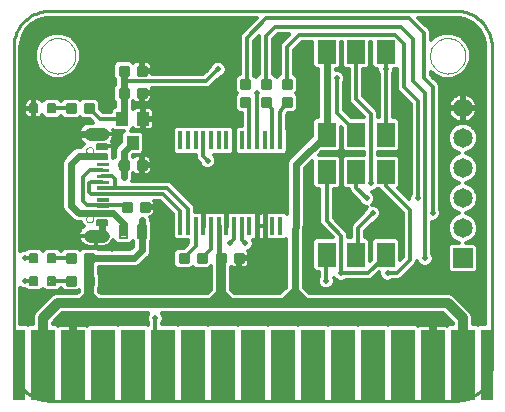
<source format=gtl>
G75*
G70*
%OFA0B0*%
%FSLAX24Y24*%
%IPPOS*%
%LPD*%
%AMOC8*
5,1,8,0,0,1.08239X$1,22.5*
%
%ADD10C,0.0088*%
%ADD11C,0.0075*%
%ADD12R,0.0400X0.0450*%
%ADD13R,0.0591X0.0787*%
%ADD14C,0.0100*%
%ADD15R,0.0787X0.2362*%
%ADD16R,0.0394X0.2362*%
%ADD17C,0.0000*%
%ADD18R,0.0157X0.0591*%
%ADD19R,0.0650X0.0650*%
%ADD20C,0.0650*%
%ADD21C,0.0071*%
%ADD22C,0.0035*%
%ADD23C,0.0394*%
%ADD24C,0.0433*%
%ADD25C,0.0236*%
%ADD26C,0.0081*%
%ADD27C,0.0120*%
%ADD28C,0.0200*%
%ADD29C,0.0160*%
%ADD30C,0.0240*%
%ADD31C,0.0320*%
D10*
X002279Y004529D02*
X002541Y004529D01*
X002279Y004529D02*
X002279Y004791D01*
X002541Y004791D01*
X002541Y004529D01*
X002541Y004616D02*
X002279Y004616D01*
X002279Y004703D02*
X002541Y004703D01*
X002541Y004790D02*
X002279Y004790D01*
X002279Y005279D02*
X002541Y005279D01*
X002279Y005279D02*
X002279Y005541D01*
X002541Y005541D01*
X002541Y005279D01*
X002541Y005366D02*
X002279Y005366D01*
X002279Y005453D02*
X002541Y005453D01*
X002541Y005540D02*
X002279Y005540D01*
X002879Y005279D02*
X003141Y005279D01*
X002879Y005279D02*
X002879Y005541D01*
X003141Y005541D01*
X003141Y005279D01*
X003141Y005366D02*
X002879Y005366D01*
X002879Y005453D02*
X003141Y005453D01*
X003141Y005540D02*
X002879Y005540D01*
X002879Y004529D02*
X003141Y004529D01*
X002879Y004529D02*
X002879Y004791D01*
X003141Y004791D01*
X003141Y004529D01*
X003141Y004616D02*
X002879Y004616D01*
X002879Y004703D02*
X003141Y004703D01*
X003141Y004790D02*
X002879Y004790D01*
X004129Y007241D02*
X004391Y007241D01*
X004391Y006979D01*
X004129Y006979D01*
X004129Y007241D01*
X004129Y007066D02*
X004391Y007066D01*
X004391Y007153D02*
X004129Y007153D01*
X004129Y007240D02*
X004391Y007240D01*
X004729Y007241D02*
X004991Y007241D01*
X004991Y006979D01*
X004729Y006979D01*
X004729Y007241D01*
X004729Y007066D02*
X004991Y007066D01*
X004991Y007153D02*
X004729Y007153D01*
X004729Y007240D02*
X004991Y007240D01*
X004891Y008641D02*
X004629Y008641D01*
X004891Y008641D02*
X004891Y008379D01*
X004629Y008379D01*
X004629Y008641D01*
X004629Y008466D02*
X004891Y008466D01*
X004891Y008553D02*
X004629Y008553D01*
X004629Y008640D02*
X004891Y008640D01*
X004291Y008641D02*
X004029Y008641D01*
X004291Y008641D02*
X004291Y008379D01*
X004029Y008379D01*
X004029Y008641D01*
X004029Y008466D02*
X004291Y008466D01*
X004291Y008553D02*
X004029Y008553D01*
X004029Y008640D02*
X004291Y008640D01*
X003141Y010541D02*
X002879Y010541D01*
X003141Y010541D02*
X003141Y010279D01*
X002879Y010279D01*
X002879Y010541D01*
X002879Y010366D02*
X003141Y010366D01*
X003141Y010453D02*
X002879Y010453D01*
X002879Y010540D02*
X003141Y010540D01*
X002541Y010541D02*
X002279Y010541D01*
X002541Y010541D02*
X002541Y010279D01*
X002279Y010279D01*
X002279Y010541D01*
X002279Y010366D02*
X002541Y010366D01*
X002541Y010453D02*
X002279Y010453D01*
X002279Y010540D02*
X002541Y010540D01*
X004029Y011041D02*
X004291Y011041D01*
X004291Y010779D01*
X004029Y010779D01*
X004029Y011041D01*
X004029Y010866D02*
X004291Y010866D01*
X004291Y010953D02*
X004029Y010953D01*
X004029Y011040D02*
X004291Y011040D01*
X004629Y011041D02*
X004891Y011041D01*
X004891Y010779D01*
X004629Y010779D01*
X004629Y011041D01*
X004629Y010866D02*
X004891Y010866D01*
X004891Y010953D02*
X004629Y010953D01*
X004629Y011040D02*
X004891Y011040D01*
X004891Y011791D02*
X004629Y011791D01*
X004891Y011791D02*
X004891Y011529D01*
X004629Y011529D01*
X004629Y011791D01*
X004629Y011616D02*
X004891Y011616D01*
X004891Y011703D02*
X004629Y011703D01*
X004629Y011790D02*
X004891Y011790D01*
X004291Y011791D02*
X004029Y011791D01*
X004291Y011791D02*
X004291Y011529D01*
X004029Y011529D01*
X004029Y011791D01*
X004029Y011616D02*
X004291Y011616D01*
X004291Y011703D02*
X004029Y011703D01*
X004029Y011790D02*
X004291Y011790D01*
X008341Y011341D02*
X008341Y011079D01*
X008079Y011079D01*
X008079Y011341D01*
X008341Y011341D01*
X008341Y011166D02*
X008079Y011166D01*
X008079Y011253D02*
X008341Y011253D01*
X008341Y011340D02*
X008079Y011340D01*
X008341Y010741D02*
X008341Y010479D01*
X008079Y010479D01*
X008079Y010741D01*
X008341Y010741D01*
X008341Y010566D02*
X008079Y010566D01*
X008079Y010653D02*
X008341Y010653D01*
X008341Y010740D02*
X008079Y010740D01*
X008779Y010741D02*
X008779Y010479D01*
X008779Y010741D02*
X009041Y010741D01*
X009041Y010479D01*
X008779Y010479D01*
X008779Y010566D02*
X009041Y010566D01*
X009041Y010653D02*
X008779Y010653D01*
X008779Y010740D02*
X009041Y010740D01*
X008779Y011079D02*
X008779Y011341D01*
X009041Y011341D01*
X009041Y011079D01*
X008779Y011079D01*
X008779Y011166D02*
X009041Y011166D01*
X009041Y011253D02*
X008779Y011253D01*
X008779Y011340D02*
X009041Y011340D01*
X009741Y011341D02*
X009741Y011079D01*
X009479Y011079D01*
X009479Y011341D01*
X009741Y011341D01*
X009741Y011166D02*
X009479Y011166D01*
X009479Y011253D02*
X009741Y011253D01*
X009741Y011340D02*
X009479Y011340D01*
X009741Y010741D02*
X009741Y010479D01*
X009479Y010479D01*
X009479Y010741D01*
X009741Y010741D01*
X009741Y010566D02*
X009479Y010566D01*
X009479Y010653D02*
X009741Y010653D01*
X009741Y010740D02*
X009479Y010740D01*
X008141Y005279D02*
X007879Y005279D01*
X007879Y005541D01*
X008141Y005541D01*
X008141Y005279D01*
X008141Y005366D02*
X007879Y005366D01*
X007879Y005453D02*
X008141Y005453D01*
X008141Y005540D02*
X007879Y005540D01*
X007541Y005279D02*
X007279Y005279D01*
X007279Y005541D01*
X007541Y005541D01*
X007541Y005279D01*
X007541Y005366D02*
X007279Y005366D01*
X007279Y005453D02*
X007541Y005453D01*
X007541Y005540D02*
X007279Y005540D01*
X006891Y005541D02*
X006629Y005541D01*
X006891Y005541D02*
X006891Y005279D01*
X006629Y005279D01*
X006629Y005541D01*
X006629Y005366D02*
X006891Y005366D01*
X006891Y005453D02*
X006629Y005453D01*
X006629Y005540D02*
X006891Y005540D01*
X006291Y005541D02*
X006029Y005541D01*
X006291Y005541D02*
X006291Y005279D01*
X006029Y005279D01*
X006029Y005541D01*
X006029Y005366D02*
X006291Y005366D01*
X006291Y005453D02*
X006029Y005453D01*
X006029Y005540D02*
X006291Y005540D01*
D11*
X001873Y005548D02*
X001647Y005548D01*
X001873Y005548D02*
X001873Y005272D01*
X001647Y005272D01*
X001647Y005548D01*
X001647Y005346D02*
X001873Y005346D01*
X001873Y005420D02*
X001647Y005420D01*
X001647Y005494D02*
X001873Y005494D01*
X001273Y005548D02*
X001047Y005548D01*
X001273Y005548D02*
X001273Y005272D01*
X001047Y005272D01*
X001047Y005548D01*
X001047Y005346D02*
X001273Y005346D01*
X001273Y005420D02*
X001047Y005420D01*
X001047Y005494D02*
X001273Y005494D01*
X001273Y004798D02*
X001047Y004798D01*
X001273Y004798D02*
X001273Y004522D01*
X001047Y004522D01*
X001047Y004798D01*
X001047Y004596D02*
X001273Y004596D01*
X001273Y004670D02*
X001047Y004670D01*
X001047Y004744D02*
X001273Y004744D01*
X001647Y004798D02*
X001873Y004798D01*
X001873Y004522D01*
X001647Y004522D01*
X001647Y004798D01*
X001647Y004596D02*
X001873Y004596D01*
X001873Y004670D02*
X001647Y004670D01*
X001647Y004744D02*
X001873Y004744D01*
X001873Y010548D02*
X001647Y010548D01*
X001873Y010548D02*
X001873Y010272D01*
X001647Y010272D01*
X001647Y010548D01*
X001647Y010346D02*
X001873Y010346D01*
X001873Y010420D02*
X001647Y010420D01*
X001647Y010494D02*
X001873Y010494D01*
X001273Y010548D02*
X001047Y010548D01*
X001273Y010548D02*
X001273Y010272D01*
X001047Y010272D01*
X001047Y010548D01*
X001047Y010346D02*
X001273Y010346D01*
X001273Y010420D02*
X001047Y010420D01*
X001047Y010494D02*
X001273Y010494D01*
D12*
X004110Y010060D03*
X004810Y010060D03*
X004460Y009260D03*
D13*
X010926Y009532D03*
X011910Y009532D03*
X012894Y009532D03*
X012894Y008288D03*
X011910Y008288D03*
X010926Y008288D03*
X010926Y005532D03*
X011910Y005532D03*
X012894Y005532D03*
X012894Y012288D03*
X011910Y012288D03*
X010926Y012288D03*
D14*
X015232Y000664D02*
X001688Y000664D01*
X001621Y000666D01*
X001554Y000672D01*
X001487Y000681D01*
X001421Y000694D01*
X001356Y000711D01*
X001292Y000731D01*
X001229Y000755D01*
X001167Y000783D01*
X001108Y000814D01*
X001050Y000848D01*
X000994Y000885D01*
X000940Y000926D01*
X000888Y000969D01*
X000839Y001015D01*
X000793Y001064D01*
X000750Y001116D01*
X000709Y001170D01*
X000672Y001226D01*
X000638Y001284D01*
X000607Y001343D01*
X000579Y001405D01*
X000555Y001468D01*
X000535Y001532D01*
X000518Y001597D01*
X000505Y001663D01*
X000496Y001730D01*
X000490Y001797D01*
X000488Y001864D01*
X000488Y012456D01*
X000490Y012523D01*
X000496Y012590D01*
X000505Y012657D01*
X000518Y012723D01*
X000535Y012788D01*
X000555Y012852D01*
X000579Y012915D01*
X000607Y012977D01*
X000638Y013036D01*
X000672Y013094D01*
X000709Y013150D01*
X000750Y013204D01*
X000793Y013256D01*
X000839Y013305D01*
X000888Y013351D01*
X000940Y013394D01*
X000994Y013435D01*
X001050Y013472D01*
X001108Y013506D01*
X001167Y013537D01*
X001229Y013565D01*
X001292Y013589D01*
X001356Y013609D01*
X001421Y013626D01*
X001487Y013639D01*
X001554Y013648D01*
X001621Y013654D01*
X001688Y013656D01*
X015232Y013656D01*
X015299Y013654D01*
X015366Y013648D01*
X015433Y013639D01*
X015499Y013626D01*
X015564Y013609D01*
X015628Y013589D01*
X015691Y013565D01*
X015753Y013537D01*
X015812Y013506D01*
X015870Y013472D01*
X015926Y013435D01*
X015980Y013394D01*
X016032Y013351D01*
X016081Y013305D01*
X016127Y013256D01*
X016170Y013204D01*
X016211Y013150D01*
X016248Y013094D01*
X016282Y013036D01*
X016313Y012977D01*
X016341Y012915D01*
X016365Y012852D01*
X016385Y012788D01*
X016402Y012723D01*
X016415Y012657D01*
X016424Y012590D01*
X016430Y012523D01*
X016432Y012456D01*
X016432Y001864D01*
X016430Y001797D01*
X016424Y001730D01*
X016415Y001663D01*
X016402Y001597D01*
X016385Y001532D01*
X016365Y001468D01*
X016341Y001405D01*
X016313Y001343D01*
X016282Y001284D01*
X016248Y001226D01*
X016211Y001170D01*
X016170Y001116D01*
X016127Y001064D01*
X016081Y001015D01*
X016032Y000969D01*
X015980Y000926D01*
X015926Y000885D01*
X015870Y000848D01*
X015812Y000814D01*
X015753Y000783D01*
X015691Y000755D01*
X015628Y000731D01*
X015564Y000711D01*
X015499Y000694D01*
X015433Y000681D01*
X015366Y000672D01*
X015299Y000666D01*
X015232Y000664D01*
D15*
X015460Y001848D03*
X014460Y001848D03*
X013460Y001848D03*
X012460Y001848D03*
X011460Y001848D03*
X010460Y001848D03*
X009460Y001848D03*
X008460Y001848D03*
X007460Y001848D03*
X006460Y001848D03*
X005460Y001848D03*
X004460Y001848D03*
X003460Y001848D03*
X002460Y001848D03*
X001460Y001848D03*
D16*
X000665Y001848D03*
X016255Y001848D03*
D17*
X014369Y012160D02*
X014371Y012208D01*
X014377Y012256D01*
X014387Y012303D01*
X014400Y012349D01*
X014418Y012394D01*
X014438Y012438D01*
X014463Y012480D01*
X014491Y012519D01*
X014521Y012556D01*
X014555Y012590D01*
X014592Y012622D01*
X014630Y012651D01*
X014671Y012676D01*
X014714Y012698D01*
X014759Y012716D01*
X014805Y012730D01*
X014852Y012741D01*
X014900Y012748D01*
X014948Y012751D01*
X014996Y012750D01*
X015044Y012745D01*
X015092Y012736D01*
X015138Y012724D01*
X015183Y012707D01*
X015227Y012687D01*
X015269Y012664D01*
X015309Y012637D01*
X015347Y012607D01*
X015382Y012574D01*
X015414Y012538D01*
X015444Y012500D01*
X015470Y012459D01*
X015492Y012416D01*
X015512Y012372D01*
X015527Y012327D01*
X015539Y012280D01*
X015547Y012232D01*
X015551Y012184D01*
X015551Y012136D01*
X015547Y012088D01*
X015539Y012040D01*
X015527Y011993D01*
X015512Y011948D01*
X015492Y011904D01*
X015470Y011861D01*
X015444Y011820D01*
X015414Y011782D01*
X015382Y011746D01*
X015347Y011713D01*
X015309Y011683D01*
X015269Y011656D01*
X015227Y011633D01*
X015183Y011613D01*
X015138Y011596D01*
X015092Y011584D01*
X015044Y011575D01*
X014996Y011570D01*
X014948Y011569D01*
X014900Y011572D01*
X014852Y011579D01*
X014805Y011590D01*
X014759Y011604D01*
X014714Y011622D01*
X014671Y011644D01*
X014630Y011669D01*
X014592Y011698D01*
X014555Y011730D01*
X014521Y011764D01*
X014491Y011801D01*
X014463Y011840D01*
X014438Y011882D01*
X014418Y011926D01*
X014400Y011971D01*
X014387Y012017D01*
X014377Y012064D01*
X014371Y012112D01*
X014369Y012160D01*
X002909Y008998D02*
X002911Y009019D01*
X002917Y009039D01*
X002926Y009059D01*
X002938Y009076D01*
X002953Y009090D01*
X002971Y009102D01*
X002991Y009110D01*
X003011Y009115D01*
X003032Y009116D01*
X003053Y009113D01*
X003073Y009107D01*
X003092Y009096D01*
X003109Y009083D01*
X003122Y009067D01*
X003133Y009049D01*
X003141Y009029D01*
X003145Y009009D01*
X003145Y008987D01*
X003141Y008967D01*
X003133Y008947D01*
X003122Y008929D01*
X003109Y008913D01*
X003092Y008900D01*
X003073Y008889D01*
X003053Y008883D01*
X003032Y008880D01*
X003011Y008881D01*
X002991Y008886D01*
X002971Y008894D01*
X002953Y008906D01*
X002938Y008920D01*
X002926Y008937D01*
X002917Y008957D01*
X002911Y008977D01*
X002909Y008998D01*
X002909Y006722D02*
X002911Y006743D01*
X002917Y006763D01*
X002926Y006783D01*
X002938Y006800D01*
X002953Y006814D01*
X002971Y006826D01*
X002991Y006834D01*
X003011Y006839D01*
X003032Y006840D01*
X003053Y006837D01*
X003073Y006831D01*
X003092Y006820D01*
X003109Y006807D01*
X003122Y006791D01*
X003133Y006773D01*
X003141Y006753D01*
X003145Y006733D01*
X003145Y006711D01*
X003141Y006691D01*
X003133Y006671D01*
X003122Y006653D01*
X003109Y006637D01*
X003092Y006624D01*
X003073Y006613D01*
X003053Y006607D01*
X003032Y006604D01*
X003011Y006605D01*
X002991Y006610D01*
X002971Y006618D01*
X002953Y006630D01*
X002938Y006644D01*
X002926Y006661D01*
X002917Y006681D01*
X002911Y006701D01*
X002909Y006722D01*
X001369Y012160D02*
X001371Y012208D01*
X001377Y012256D01*
X001387Y012303D01*
X001400Y012349D01*
X001418Y012394D01*
X001438Y012438D01*
X001463Y012480D01*
X001491Y012519D01*
X001521Y012556D01*
X001555Y012590D01*
X001592Y012622D01*
X001630Y012651D01*
X001671Y012676D01*
X001714Y012698D01*
X001759Y012716D01*
X001805Y012730D01*
X001852Y012741D01*
X001900Y012748D01*
X001948Y012751D01*
X001996Y012750D01*
X002044Y012745D01*
X002092Y012736D01*
X002138Y012724D01*
X002183Y012707D01*
X002227Y012687D01*
X002269Y012664D01*
X002309Y012637D01*
X002347Y012607D01*
X002382Y012574D01*
X002414Y012538D01*
X002444Y012500D01*
X002470Y012459D01*
X002492Y012416D01*
X002512Y012372D01*
X002527Y012327D01*
X002539Y012280D01*
X002547Y012232D01*
X002551Y012184D01*
X002551Y012136D01*
X002547Y012088D01*
X002539Y012040D01*
X002527Y011993D01*
X002512Y011948D01*
X002492Y011904D01*
X002470Y011861D01*
X002444Y011820D01*
X002414Y011782D01*
X002382Y011746D01*
X002347Y011713D01*
X002309Y011683D01*
X002269Y011656D01*
X002227Y011633D01*
X002183Y011613D01*
X002138Y011596D01*
X002092Y011584D01*
X002044Y011575D01*
X001996Y011570D01*
X001948Y011569D01*
X001900Y011572D01*
X001852Y011579D01*
X001805Y011590D01*
X001759Y011604D01*
X001714Y011622D01*
X001671Y011644D01*
X001630Y011669D01*
X001592Y011698D01*
X001555Y011730D01*
X001521Y011764D01*
X001491Y011801D01*
X001463Y011840D01*
X001438Y011882D01*
X001418Y011926D01*
X001400Y011971D01*
X001387Y012017D01*
X001377Y012064D01*
X001371Y012112D01*
X001369Y012160D01*
D18*
X006047Y009337D03*
X006303Y009337D03*
X006558Y009337D03*
X006814Y009337D03*
X007070Y009337D03*
X007326Y009337D03*
X007582Y009337D03*
X007838Y009337D03*
X008094Y009337D03*
X008350Y009337D03*
X008606Y009337D03*
X008862Y009337D03*
X009117Y009337D03*
X009373Y009337D03*
X009373Y006483D03*
X009117Y006483D03*
X008862Y006483D03*
X008606Y006483D03*
X008350Y006483D03*
X008094Y006483D03*
X007838Y006483D03*
X007582Y006483D03*
X007326Y006483D03*
X007070Y006483D03*
X006814Y006483D03*
X006558Y006483D03*
X006303Y006483D03*
X006047Y006483D03*
D19*
X015460Y005410D03*
D20*
X015460Y006410D03*
X015460Y007410D03*
X015460Y008410D03*
X015460Y009410D03*
X015460Y010410D03*
D21*
X003602Y009057D02*
X003278Y009057D01*
X003278Y009223D01*
X003602Y009223D01*
X003602Y009057D01*
X003602Y009127D02*
X003278Y009127D01*
X003278Y009197D02*
X003602Y009197D01*
X003602Y008722D02*
X003278Y008722D01*
X003278Y008888D01*
X003602Y008888D01*
X003602Y008722D01*
X003602Y008792D02*
X003278Y008792D01*
X003278Y008862D02*
X003602Y008862D01*
X003602Y006832D02*
X003278Y006832D01*
X003278Y006998D01*
X003602Y006998D01*
X003602Y006832D01*
X003602Y006902D02*
X003278Y006902D01*
X003278Y006972D02*
X003602Y006972D01*
X003602Y006517D02*
X003278Y006517D01*
X003278Y006683D01*
X003602Y006683D01*
X003602Y006517D01*
X003602Y006587D02*
X003278Y006587D01*
X003278Y006657D02*
X003602Y006657D01*
D22*
X003620Y007129D02*
X003260Y007129D01*
X003260Y007213D01*
X003620Y007213D01*
X003620Y007129D01*
X003620Y007163D02*
X003260Y007163D01*
X003260Y007197D02*
X003620Y007197D01*
X003620Y007326D02*
X003260Y007326D01*
X003260Y007410D01*
X003620Y007410D01*
X003620Y007326D01*
X003620Y007360D02*
X003260Y007360D01*
X003260Y007394D02*
X003620Y007394D01*
X003620Y007523D02*
X003260Y007523D01*
X003260Y007607D01*
X003620Y007607D01*
X003620Y007523D01*
X003620Y007557D02*
X003260Y007557D01*
X003260Y007591D02*
X003620Y007591D01*
X003620Y007720D02*
X003260Y007720D01*
X003260Y007804D01*
X003620Y007804D01*
X003620Y007720D01*
X003620Y007754D02*
X003260Y007754D01*
X003260Y007788D02*
X003620Y007788D01*
X003620Y007916D02*
X003260Y007916D01*
X003260Y008000D01*
X003620Y008000D01*
X003620Y007916D01*
X003620Y007950D02*
X003260Y007950D01*
X003260Y007984D02*
X003620Y007984D01*
X003620Y008113D02*
X003260Y008113D01*
X003260Y008197D01*
X003620Y008197D01*
X003620Y008113D01*
X003620Y008147D02*
X003260Y008147D01*
X003260Y008181D02*
X003620Y008181D01*
X003620Y008310D02*
X003260Y008310D01*
X003260Y008394D01*
X003620Y008394D01*
X003620Y008310D01*
X003620Y008344D02*
X003260Y008344D01*
X003260Y008378D02*
X003620Y008378D01*
X003620Y008507D02*
X003260Y008507D01*
X003260Y008591D01*
X003620Y008591D01*
X003620Y008507D01*
X003620Y008541D02*
X003260Y008541D01*
X003260Y008575D02*
X003620Y008575D01*
D23*
X001787Y009553D02*
X001393Y009553D01*
X001393Y006167D02*
X001787Y006167D01*
D24*
X003027Y006167D02*
X003460Y006167D01*
X003460Y009553D02*
X003027Y009553D01*
D25*
X001963Y008176D02*
X001413Y008176D01*
X001413Y008726D01*
X001963Y008726D01*
X001963Y008176D01*
X001963Y008411D02*
X001413Y008411D01*
X001413Y008646D02*
X001963Y008646D01*
X001963Y006994D02*
X001413Y006994D01*
X001413Y007544D01*
X001963Y007544D01*
X001963Y006994D01*
X001963Y007229D02*
X001413Y007229D01*
X001413Y007464D02*
X001963Y007464D01*
D26*
X004028Y006520D02*
X004270Y006520D01*
X004270Y006100D01*
X004028Y006100D01*
X004028Y006520D01*
X004028Y006180D02*
X004270Y006180D01*
X004270Y006260D02*
X004028Y006260D01*
X004028Y006340D02*
X004270Y006340D01*
X004270Y006420D02*
X004028Y006420D01*
X004028Y006500D02*
X004270Y006500D01*
X004650Y006520D02*
X004892Y006520D01*
X004892Y006100D01*
X004650Y006100D01*
X004650Y006520D01*
X004650Y006180D02*
X004892Y006180D01*
X004892Y006260D02*
X004650Y006260D01*
X004650Y006340D02*
X004892Y006340D01*
X004892Y006420D02*
X004650Y006420D01*
X004650Y006500D02*
X004892Y006500D01*
D27*
X005112Y006449D02*
X005788Y006449D01*
X005788Y006567D02*
X005112Y006567D01*
X005112Y006611D02*
X005060Y006663D01*
X005060Y006745D01*
X005045Y006782D01*
X005070Y006789D01*
X005116Y006816D01*
X005154Y006854D01*
X005181Y006900D01*
X005195Y006952D01*
X005195Y007082D01*
X004888Y007082D01*
X004888Y007138D01*
X005195Y007138D01*
X005195Y007268D01*
X005181Y007320D01*
X005361Y007320D01*
X005807Y006874D01*
X005807Y006871D01*
X005788Y006853D01*
X005788Y006113D01*
X005893Y006008D01*
X006318Y006008D01*
X006318Y005908D01*
X006176Y005765D01*
X005936Y005765D01*
X005805Y005634D01*
X005805Y005186D01*
X005936Y005055D01*
X006384Y005055D01*
X006460Y005131D01*
X006536Y005055D01*
X006984Y005055D01*
X007070Y005141D01*
X007070Y004351D01*
X006969Y004250D01*
X003401Y004250D01*
X003350Y004301D01*
X003350Y004421D01*
X003365Y004436D01*
X003365Y004884D01*
X003350Y004899D01*
X003350Y005110D01*
X004570Y005110D01*
X004680Y005156D01*
X004764Y005240D01*
X005026Y005501D01*
X005071Y005612D01*
X005071Y005968D01*
X005112Y006009D01*
X005112Y006611D01*
X005060Y006686D02*
X005788Y006686D01*
X005788Y006804D02*
X005097Y006804D01*
X005187Y006923D02*
X005758Y006923D01*
X005639Y007041D02*
X005195Y007041D01*
X005195Y007160D02*
X005521Y007160D01*
X005402Y007279D02*
X005192Y007279D01*
X005181Y007320D02*
X005181Y007320D01*
X005460Y007560D02*
X003445Y007560D01*
X003440Y007565D01*
X003055Y007565D01*
X003010Y007610D01*
X003010Y007910D01*
X003058Y007958D01*
X003440Y007958D01*
X003440Y007762D02*
X003439Y007760D01*
X003440Y007762D02*
X003442Y007760D01*
X003860Y007760D01*
X003860Y008060D01*
X003765Y008155D01*
X003440Y008155D01*
X003440Y008352D02*
X003052Y008352D01*
X002810Y008110D01*
X002810Y007310D01*
X002949Y007171D01*
X003440Y007171D01*
X004199Y007171D01*
X004260Y007110D01*
X003860Y007760D02*
X005610Y007760D01*
X006303Y007067D01*
X006303Y006483D01*
X006558Y006483D02*
X006558Y005808D01*
X006160Y005410D01*
X005805Y005382D02*
X004907Y005382D01*
X004788Y005264D02*
X005805Y005264D01*
X005846Y005145D02*
X004655Y005145D01*
X005025Y005501D02*
X005805Y005501D01*
X005805Y005619D02*
X005071Y005619D01*
X005071Y005738D02*
X005909Y005738D01*
X006267Y005856D02*
X005071Y005856D01*
X005078Y005975D02*
X006318Y005975D01*
X005807Y006093D02*
X005112Y006093D01*
X005112Y006212D02*
X005788Y006212D01*
X005788Y006330D02*
X005112Y006330D01*
X004471Y005968D02*
X004471Y005795D01*
X004386Y005710D01*
X003289Y005710D01*
X003234Y005765D01*
X002786Y005765D01*
X002710Y005689D01*
X002634Y005765D01*
X002186Y005765D01*
X002074Y005653D01*
X001963Y005765D01*
X001557Y005765D01*
X001460Y005668D01*
X001363Y005765D01*
X000957Y005765D01*
X000882Y005690D01*
X000804Y005690D01*
X000718Y005654D01*
X000718Y012456D01*
X000726Y012583D01*
X000791Y012827D01*
X000918Y013047D01*
X001097Y013226D01*
X001316Y013352D01*
X001561Y013418D01*
X001688Y013426D01*
X008587Y013426D01*
X008057Y012896D01*
X008020Y012808D01*
X008020Y011565D01*
X007986Y011565D01*
X007855Y011434D01*
X007855Y010986D01*
X007931Y010910D01*
X007855Y010834D01*
X007855Y010386D01*
X007986Y010255D01*
X008110Y010255D01*
X008110Y009812D01*
X007941Y009812D01*
X007921Y009792D01*
X007838Y009792D01*
X007838Y009710D01*
X007838Y009710D01*
X007838Y009792D01*
X007755Y009792D01*
X007735Y009812D01*
X005893Y009812D01*
X005788Y009707D01*
X005788Y008967D01*
X005893Y008862D01*
X006574Y008862D01*
X006574Y008758D01*
X006611Y008670D01*
X006683Y008598D01*
X006723Y008501D01*
X006801Y008423D01*
X006904Y008380D01*
X007016Y008380D01*
X007119Y008423D01*
X007197Y008501D01*
X007240Y008604D01*
X007240Y008716D01*
X007197Y008819D01*
X009760Y008819D01*
X009744Y008803D02*
X009743Y008803D01*
X009701Y008761D01*
X009658Y008720D01*
X009658Y008719D01*
X009634Y008665D01*
X009611Y008610D01*
X009611Y008609D01*
X009610Y008550D01*
X009609Y008491D01*
X009609Y008491D01*
X009591Y006894D01*
X009527Y006958D01*
X008964Y006958D01*
X008944Y006938D01*
X008862Y006938D01*
X008862Y006856D01*
X008862Y006855D01*
X008862Y006938D01*
X008762Y006938D01*
X008734Y006931D01*
X008705Y006938D01*
X008606Y006938D01*
X008606Y006855D01*
X008606Y006856D01*
X008606Y006938D01*
X008523Y006938D01*
X008503Y006958D01*
X007685Y006958D01*
X007665Y006938D01*
X007582Y006938D01*
X007499Y006938D01*
X007479Y006958D01*
X006917Y006958D01*
X006897Y006938D01*
X006814Y006938D01*
X006732Y006938D01*
X006712Y006958D01*
X006543Y006958D01*
X006543Y007115D01*
X006506Y007203D01*
X005813Y007896D01*
X005746Y007963D01*
X005658Y008000D01*
X004439Y008000D01*
X004460Y008050D01*
X004460Y008231D01*
X004474Y008245D01*
X004504Y008216D01*
X004550Y008189D01*
X004602Y008175D01*
X004732Y008175D01*
X004732Y008482D01*
X004788Y008482D01*
X004788Y008538D01*
X004732Y008538D01*
X004732Y008845D01*
X004602Y008845D01*
X004550Y008831D01*
X004504Y008804D01*
X004474Y008775D01*
X004460Y008789D01*
X004460Y008836D01*
X004479Y008855D01*
X004735Y008855D01*
X004840Y008960D01*
X004840Y009560D01*
X004735Y009665D01*
X004395Y009665D01*
X004476Y009747D01*
X004482Y009737D01*
X004512Y009707D01*
X004548Y009686D01*
X004589Y009675D01*
X004770Y009675D01*
X004770Y010020D01*
X004850Y010020D01*
X004850Y010100D01*
X004770Y010100D01*
X004770Y010445D01*
X004589Y010445D01*
X004548Y010434D01*
X004512Y010413D01*
X004482Y010383D01*
X004476Y010373D01*
X004460Y010390D01*
X004460Y010631D01*
X004474Y010645D01*
X004504Y010616D01*
X004550Y010589D01*
X004602Y010575D01*
X004732Y010575D01*
X004732Y010882D01*
X004788Y010882D01*
X004788Y010938D01*
X005095Y010938D01*
X005095Y011068D01*
X005094Y011070D01*
X006958Y011070D01*
X007046Y011107D01*
X007372Y011433D01*
X007469Y011473D01*
X007547Y011551D01*
X007590Y011654D01*
X007590Y011766D01*
X007547Y011869D01*
X007469Y011947D01*
X007366Y011990D01*
X007254Y011990D01*
X007151Y011947D01*
X007073Y011869D01*
X007033Y011772D01*
X006811Y011550D01*
X005095Y011550D01*
X005095Y011632D01*
X004788Y011632D01*
X004788Y011688D01*
X004732Y011688D01*
X004732Y011995D01*
X004602Y011995D01*
X004550Y011981D01*
X004504Y011954D01*
X004474Y011925D01*
X004384Y012015D01*
X003936Y012015D01*
X003805Y011884D01*
X003805Y011436D01*
X003860Y011381D01*
X003860Y011189D01*
X000718Y011189D01*
X000718Y011071D02*
X003805Y011071D01*
X003805Y011134D02*
X003805Y010686D01*
X003860Y010631D01*
X003860Y010465D01*
X003835Y010465D01*
X003730Y010360D01*
X003730Y010300D01*
X003459Y010300D01*
X003365Y010394D01*
X003365Y010634D01*
X003234Y010765D01*
X002786Y010765D01*
X002710Y010689D01*
X002634Y010765D01*
X002186Y010765D01*
X002074Y010653D01*
X001963Y010765D01*
X001557Y010765D01*
X001442Y010649D01*
X001431Y010669D01*
X001394Y010706D01*
X001349Y010732D01*
X001299Y010745D01*
X001175Y010745D01*
X001175Y010425D01*
X001145Y010425D01*
X001145Y010745D01*
X001021Y010745D01*
X000971Y010732D01*
X000926Y010706D01*
X000889Y010669D01*
X000863Y010624D01*
X000850Y010574D01*
X000850Y010425D01*
X001145Y010425D01*
X001145Y010395D01*
X001175Y010395D01*
X001175Y010075D01*
X001299Y010075D01*
X001349Y010088D01*
X001394Y010114D01*
X001431Y010151D01*
X001442Y010171D01*
X001557Y010055D01*
X001963Y010055D01*
X002074Y010167D01*
X002186Y010055D01*
X002634Y010055D01*
X002710Y010131D01*
X002786Y010055D01*
X003026Y010055D01*
X003151Y009929D01*
X002990Y009929D01*
X002917Y009915D01*
X002849Y009887D01*
X002787Y009845D01*
X002734Y009793D01*
X002693Y009731D01*
X002665Y009663D01*
X002650Y009590D01*
X002650Y009553D01*
X003243Y009553D01*
X003243Y009553D01*
X002650Y009553D01*
X002650Y009516D01*
X002665Y009443D01*
X002693Y009375D01*
X002734Y009313D01*
X002787Y009260D01*
X002836Y009228D01*
X002774Y009167D01*
X002749Y009105D01*
X002595Y009105D01*
X002485Y009059D01*
X002401Y008975D01*
X002240Y008814D01*
X002156Y008730D01*
X002110Y008620D01*
X002110Y007100D01*
X002156Y006990D01*
X002406Y006740D01*
X002490Y006656D01*
X002600Y006610D01*
X002751Y006610D01*
X002774Y006553D01*
X002836Y006492D01*
X002787Y006460D01*
X002734Y006407D01*
X002693Y006345D01*
X002665Y006277D01*
X002650Y006204D01*
X002650Y006167D01*
X002650Y006130D01*
X002665Y006057D01*
X002693Y005989D01*
X002734Y005927D01*
X002787Y005875D01*
X002849Y005833D01*
X002917Y005805D01*
X002990Y005791D01*
X003243Y005791D01*
X003243Y006167D01*
X002650Y006167D01*
X003243Y006167D01*
X003243Y006167D01*
X003243Y006167D01*
X003243Y005791D01*
X003497Y005791D01*
X003570Y005805D01*
X003638Y005833D01*
X003700Y005875D01*
X003752Y005927D01*
X003794Y005989D01*
X003808Y006022D01*
X003808Y006009D01*
X003937Y005880D01*
X004361Y005880D01*
X004460Y005979D01*
X004471Y005968D01*
X004464Y005975D02*
X004456Y005975D01*
X004471Y005856D02*
X003673Y005856D01*
X003785Y005975D02*
X003842Y005975D01*
X003243Y005975D02*
X003243Y005975D01*
X003243Y006093D02*
X003243Y006093D01*
X003243Y005856D02*
X003243Y005856D01*
X003261Y005738D02*
X004414Y005738D01*
X003350Y005027D02*
X007070Y005027D01*
X007070Y004908D02*
X003350Y004908D01*
X003365Y004790D02*
X007070Y004790D01*
X007070Y004671D02*
X003365Y004671D01*
X003365Y004553D02*
X007070Y004553D01*
X007070Y004434D02*
X003363Y004434D01*
X003350Y004316D02*
X007035Y004316D01*
X007750Y004351D02*
X007750Y005119D01*
X007754Y005116D01*
X007800Y005089D01*
X007852Y005075D01*
X007982Y005075D01*
X007982Y005382D01*
X008038Y005382D01*
X008038Y005438D01*
X008345Y005438D01*
X008345Y005568D01*
X008331Y005620D01*
X008314Y005650D01*
X008369Y005673D01*
X008447Y005751D01*
X008490Y005854D01*
X008490Y005966D01*
X008473Y006008D01*
X008503Y006008D01*
X008523Y006028D01*
X008606Y006028D01*
X008705Y006028D01*
X008734Y006035D01*
X008762Y006028D01*
X008862Y006028D01*
X008944Y006028D01*
X008964Y006008D01*
X009527Y006008D01*
X009581Y006062D01*
X009562Y004443D01*
X009369Y004250D01*
X007851Y004250D01*
X007750Y004351D01*
X007785Y004316D02*
X009435Y004316D01*
X009554Y004434D02*
X007750Y004434D01*
X007750Y004553D02*
X009563Y004553D01*
X009565Y004671D02*
X007750Y004671D01*
X007750Y004790D02*
X009566Y004790D01*
X009568Y004908D02*
X007750Y004908D01*
X007750Y005027D02*
X009569Y005027D01*
X009570Y005145D02*
X008296Y005145D01*
X008304Y005154D02*
X008331Y005200D01*
X008345Y005252D01*
X008345Y005382D01*
X009573Y005382D01*
X009572Y005264D02*
X008345Y005264D01*
X008304Y005154D02*
X008266Y005116D01*
X008220Y005089D01*
X008168Y005075D01*
X008038Y005075D01*
X008038Y005382D01*
X008345Y005382D01*
X008345Y005501D02*
X009574Y005501D01*
X009576Y005619D02*
X008331Y005619D01*
X008434Y005738D02*
X009577Y005738D01*
X009579Y005856D02*
X008490Y005856D01*
X008486Y005975D02*
X009580Y005975D01*
X010180Y005975D02*
X010450Y005975D01*
X010450Y006000D02*
X010450Y005064D01*
X010556Y004958D01*
X010670Y004958D01*
X010670Y004812D01*
X010630Y004716D01*
X010630Y004604D01*
X010673Y004501D01*
X010751Y004423D01*
X010854Y004380D01*
X010966Y004380D01*
X011069Y004423D01*
X011147Y004501D01*
X011190Y004604D01*
X011190Y004716D01*
X011177Y004747D01*
X011251Y004673D01*
X011354Y004630D01*
X011466Y004630D01*
X011562Y004670D01*
X012358Y004670D01*
X012446Y004707D01*
X012680Y004941D01*
X012680Y004854D01*
X012723Y004751D01*
X012801Y004673D01*
X012904Y004630D01*
X013016Y004630D01*
X013112Y004670D01*
X013308Y004670D01*
X013396Y004707D01*
X013846Y005157D01*
X013913Y005224D01*
X013949Y005309D01*
X013973Y005251D01*
X014051Y005173D01*
X014154Y005130D01*
X014266Y005130D01*
X014369Y005173D01*
X014447Y005251D01*
X014490Y005354D01*
X014490Y005466D01*
X014450Y005562D01*
X014450Y006630D01*
X014516Y006630D01*
X014619Y006673D01*
X014697Y006751D01*
X014740Y006854D01*
X014740Y006966D01*
X014700Y007062D01*
X014700Y011158D01*
X014663Y011246D01*
X014400Y011509D01*
X014400Y011630D01*
X014524Y011507D01*
X014807Y011389D01*
X015113Y011389D01*
X015396Y011507D01*
X015613Y011724D01*
X015731Y012007D01*
X015731Y012313D01*
X015613Y012596D01*
X015396Y012813D01*
X015113Y012931D01*
X014807Y012931D01*
X014524Y012813D01*
X014400Y012690D01*
X014400Y012958D01*
X014363Y013046D01*
X014296Y013113D01*
X013983Y013426D01*
X015232Y013426D01*
X015359Y013418D01*
X015359Y013418D01*
X015604Y013352D01*
X015823Y013226D01*
X016002Y013047D01*
X016129Y012827D01*
X016194Y012583D01*
X016202Y012456D01*
X016202Y003209D01*
X015984Y003209D01*
X015956Y003181D01*
X015928Y003209D01*
X015800Y003209D01*
X015800Y003478D01*
X015748Y003603D01*
X015153Y004198D01*
X015028Y004250D01*
X010351Y004250D01*
X010162Y004439D01*
X010209Y008418D01*
X010450Y008653D01*
X010450Y007820D01*
X010556Y007714D01*
X010686Y007714D01*
X010686Y006597D01*
X010722Y006508D01*
X011125Y006106D01*
X010556Y006106D01*
X010450Y006000D01*
X010544Y006093D02*
X010181Y006093D01*
X010183Y006212D02*
X011019Y006212D01*
X010900Y006330D02*
X010184Y006330D01*
X010186Y006449D02*
X010782Y006449D01*
X010698Y006567D02*
X010187Y006567D01*
X010188Y006686D02*
X010686Y006686D01*
X010686Y006804D02*
X010190Y006804D01*
X010191Y006923D02*
X010686Y006923D01*
X010686Y007041D02*
X010192Y007041D01*
X010194Y007160D02*
X010686Y007160D01*
X010686Y007279D02*
X010195Y007279D01*
X010197Y007397D02*
X010686Y007397D01*
X010686Y007516D02*
X010198Y007516D01*
X010199Y007634D02*
X010686Y007634D01*
X010518Y007753D02*
X010201Y007753D01*
X010202Y007871D02*
X010450Y007871D01*
X010450Y007990D02*
X010204Y007990D01*
X010205Y008108D02*
X010450Y008108D01*
X010450Y008227D02*
X010206Y008227D01*
X010208Y008345D02*
X010450Y008345D01*
X010450Y008464D02*
X010256Y008464D01*
X010378Y008582D02*
X010450Y008582D01*
X010666Y008862D02*
X010765Y008958D01*
X011296Y008958D01*
X011401Y009064D01*
X011401Y009780D01*
X011435Y009746D01*
X011435Y009064D01*
X011540Y008958D01*
X012170Y008958D01*
X012170Y008862D01*
X011540Y008862D01*
X011435Y008756D01*
X011435Y007820D01*
X011540Y007714D01*
X011670Y007714D01*
X011670Y007712D01*
X011707Y007624D01*
X011983Y007348D01*
X012023Y007251D01*
X012101Y007173D01*
X012204Y007130D01*
X012284Y007130D01*
X012223Y007069D01*
X012183Y006972D01*
X011757Y006546D01*
X011720Y006458D01*
X011720Y006106D01*
X011650Y006106D01*
X011650Y006208D01*
X011613Y006296D01*
X011546Y006363D01*
X011166Y006744D01*
X011166Y007714D01*
X011296Y007714D01*
X011401Y007820D01*
X011401Y008756D01*
X011296Y008862D01*
X010666Y008862D01*
X010744Y008938D02*
X012170Y008938D01*
X012650Y008938D02*
X013720Y008938D01*
X013720Y009056D02*
X013362Y009056D01*
X013370Y009064D02*
X013370Y010000D01*
X013264Y010106D01*
X013134Y010106D01*
X013134Y011558D01*
X013174Y011654D01*
X013174Y011714D01*
X013264Y011714D01*
X013270Y011720D01*
X013270Y011062D01*
X013307Y010974D01*
X013720Y010561D01*
X013720Y007562D01*
X013680Y007466D01*
X013680Y007379D01*
X013305Y007755D01*
X013370Y007820D01*
X013370Y008756D01*
X013264Y008862D01*
X012650Y008862D01*
X012650Y008958D01*
X013264Y008958D01*
X013370Y009064D01*
X013370Y009175D02*
X013720Y009175D01*
X013720Y009293D02*
X013370Y009293D01*
X013370Y009412D02*
X013720Y009412D01*
X013720Y009530D02*
X013370Y009530D01*
X013370Y009649D02*
X013720Y009649D01*
X013720Y009767D02*
X013370Y009767D01*
X013370Y009886D02*
X013720Y009886D01*
X013720Y010004D02*
X013366Y010004D01*
X013134Y010123D02*
X013720Y010123D01*
X013720Y010241D02*
X013134Y010241D01*
X013134Y010360D02*
X013720Y010360D01*
X013720Y010478D02*
X013134Y010478D01*
X013134Y010597D02*
X013684Y010597D01*
X013566Y010715D02*
X013134Y010715D01*
X013134Y010834D02*
X013447Y010834D01*
X013329Y010952D02*
X013134Y010952D01*
X013134Y011071D02*
X013270Y011071D01*
X013270Y011189D02*
X013134Y011189D01*
X013134Y011308D02*
X013270Y011308D01*
X013270Y011426D02*
X013134Y011426D01*
X013134Y011545D02*
X013270Y011545D01*
X013270Y011663D02*
X013174Y011663D01*
X012894Y011710D02*
X012894Y009532D01*
X012654Y010106D02*
X012650Y010106D01*
X012650Y010258D01*
X012613Y010346D01*
X012150Y010809D01*
X012150Y011714D01*
X012280Y011714D01*
X012385Y011820D01*
X012385Y012620D01*
X012419Y012620D01*
X012419Y011820D01*
X012524Y011714D01*
X012614Y011714D01*
X012614Y011654D01*
X012654Y011558D01*
X012654Y010106D01*
X012650Y010123D02*
X012654Y010123D01*
X012650Y010241D02*
X012654Y010241D01*
X012654Y010360D02*
X012600Y010360D01*
X012654Y010478D02*
X012481Y010478D01*
X012363Y010597D02*
X012654Y010597D01*
X012654Y010715D02*
X012244Y010715D01*
X012150Y010834D02*
X012654Y010834D01*
X012654Y010952D02*
X012150Y010952D01*
X012150Y011071D02*
X012654Y011071D01*
X012654Y011189D02*
X012150Y011189D01*
X012150Y011308D02*
X012654Y011308D01*
X012654Y011426D02*
X012150Y011426D01*
X012150Y011545D02*
X012654Y011545D01*
X012614Y011663D02*
X012150Y011663D01*
X012347Y011782D02*
X012457Y011782D01*
X012419Y011900D02*
X012385Y011900D01*
X012385Y012019D02*
X012419Y012019D01*
X012419Y012137D02*
X012385Y012137D01*
X012385Y012256D02*
X012419Y012256D01*
X012419Y012374D02*
X012385Y012374D01*
X012385Y012493D02*
X012419Y012493D01*
X012419Y012611D02*
X012385Y012611D01*
X011910Y012288D02*
X011910Y010710D01*
X012410Y010210D01*
X012410Y007910D01*
X012610Y007714D02*
X012681Y007714D01*
X012691Y007690D01*
X012758Y007622D01*
X013470Y006911D01*
X013470Y005459D01*
X013370Y005359D01*
X013370Y006000D01*
X013264Y006106D01*
X012524Y006106D01*
X012419Y006000D01*
X012419Y005358D01*
X012385Y005325D01*
X012385Y006000D01*
X012280Y006106D01*
X012200Y006106D01*
X012200Y006311D01*
X012522Y006633D01*
X012619Y006673D01*
X012697Y006751D01*
X012740Y006854D01*
X012740Y006966D01*
X012697Y007069D01*
X012619Y007147D01*
X012516Y007190D01*
X012436Y007190D01*
X012497Y007251D01*
X012540Y007354D01*
X012540Y007466D01*
X012497Y007569D01*
X012436Y007630D01*
X012466Y007630D01*
X012569Y007673D01*
X012610Y007714D01*
X012475Y007634D02*
X012747Y007634D01*
X012865Y007516D02*
X012519Y007516D01*
X012540Y007397D02*
X012984Y007397D01*
X013102Y007279D02*
X012509Y007279D01*
X012588Y007160D02*
X013221Y007160D01*
X013339Y007041D02*
X012709Y007041D01*
X012740Y006923D02*
X013458Y006923D01*
X013470Y006804D02*
X012719Y006804D01*
X012632Y006686D02*
X013470Y006686D01*
X013470Y006567D02*
X012457Y006567D01*
X012338Y006449D02*
X013470Y006449D01*
X013470Y006330D02*
X012220Y006330D01*
X012200Y006212D02*
X013470Y006212D01*
X013470Y006093D02*
X013276Y006093D01*
X013370Y005975D02*
X013470Y005975D01*
X013470Y005856D02*
X013370Y005856D01*
X013370Y005738D02*
X013470Y005738D01*
X013470Y005619D02*
X013370Y005619D01*
X013370Y005501D02*
X013470Y005501D01*
X013393Y005382D02*
X013370Y005382D01*
X013710Y005360D02*
X013710Y007010D01*
X012894Y007826D01*
X012894Y008288D01*
X013370Y008345D02*
X013720Y008345D01*
X013720Y008227D02*
X013370Y008227D01*
X013370Y008108D02*
X013720Y008108D01*
X013720Y007990D02*
X013370Y007990D01*
X013370Y007871D02*
X013720Y007871D01*
X013720Y007753D02*
X013307Y007753D01*
X013425Y007634D02*
X013720Y007634D01*
X013701Y007516D02*
X013544Y007516D01*
X013662Y007397D02*
X013680Y007397D01*
X013960Y007410D02*
X013960Y010660D01*
X013510Y011110D01*
X013510Y012560D01*
X013210Y012860D01*
X010010Y012860D01*
X009610Y012460D01*
X009610Y011210D01*
X009889Y010910D02*
X009965Y010986D01*
X009965Y011434D01*
X009850Y011549D01*
X009850Y012361D01*
X010109Y012620D01*
X010450Y012620D01*
X010450Y011820D01*
X010556Y011714D01*
X010626Y011714D01*
X010626Y010106D01*
X010556Y010106D01*
X010450Y010000D01*
X010450Y009489D01*
X009744Y008803D01*
X009658Y008719D02*
X009658Y008719D01*
X009650Y008701D02*
X007240Y008701D01*
X007231Y008582D02*
X009610Y008582D01*
X009611Y008610D02*
X009611Y008610D01*
X009609Y008464D02*
X007159Y008464D01*
X006960Y008660D02*
X006814Y008806D01*
X006814Y009337D01*
X007154Y008862D02*
X007735Y008862D01*
X007755Y008882D01*
X007838Y008882D01*
X007921Y008882D01*
X007941Y008862D01*
X009271Y008862D01*
X009527Y008862D01*
X009632Y008967D01*
X009632Y009707D01*
X009613Y009726D01*
X009613Y010197D01*
X009654Y010255D01*
X009834Y010255D01*
X009965Y010386D01*
X009965Y010834D01*
X009889Y010910D01*
X009931Y010952D02*
X010626Y010952D01*
X010626Y010834D02*
X009965Y010834D01*
X009965Y010715D02*
X010626Y010715D01*
X010626Y010597D02*
X009965Y010597D01*
X009965Y010478D02*
X010626Y010478D01*
X010626Y010360D02*
X009938Y010360D01*
X009644Y010241D02*
X010626Y010241D01*
X010626Y010123D02*
X009613Y010123D01*
X009613Y010004D02*
X010454Y010004D01*
X010450Y009886D02*
X009613Y009886D01*
X009613Y009767D02*
X010450Y009767D01*
X010450Y009649D02*
X009632Y009649D01*
X009632Y009530D02*
X010450Y009530D01*
X010371Y009412D02*
X009632Y009412D01*
X009632Y009293D02*
X010249Y009293D01*
X010127Y009175D02*
X009632Y009175D01*
X009632Y009056D02*
X010005Y009056D01*
X009882Y008938D02*
X009602Y008938D01*
X009373Y009337D02*
X009373Y010273D01*
X009610Y010610D01*
X009117Y010403D02*
X008910Y010610D01*
X009117Y010403D02*
X009117Y009337D01*
X008606Y009337D02*
X008606Y010906D01*
X008610Y010910D01*
X008910Y011210D02*
X008910Y012810D01*
X009210Y013110D01*
X013410Y013110D01*
X013810Y012710D01*
X013810Y011310D01*
X014210Y010910D01*
X014210Y005410D01*
X014475Y005501D02*
X014955Y005501D01*
X014955Y005619D02*
X014450Y005619D01*
X014450Y005738D02*
X014955Y005738D01*
X014955Y005810D02*
X015060Y005915D01*
X015335Y005915D01*
X015174Y005982D01*
X015032Y006124D01*
X014955Y006310D01*
X014955Y006510D01*
X015032Y006696D01*
X015174Y006838D01*
X015347Y006910D01*
X015174Y006982D01*
X015032Y007124D01*
X014955Y007310D01*
X014955Y007510D01*
X015032Y007696D01*
X015174Y007838D01*
X015347Y007910D01*
X015174Y007982D01*
X015032Y008124D01*
X014955Y008310D01*
X014955Y008510D01*
X015032Y008696D01*
X015174Y008838D01*
X015347Y008910D01*
X015174Y008982D01*
X015032Y009124D01*
X014955Y009310D01*
X014955Y009510D01*
X015032Y009696D01*
X015174Y009838D01*
X015360Y009915D01*
X015560Y009915D01*
X015746Y009838D01*
X015888Y009696D01*
X015965Y009510D01*
X015965Y009310D01*
X015888Y009124D01*
X015746Y008982D01*
X015573Y008910D01*
X015746Y008838D01*
X015888Y008696D01*
X015965Y008510D01*
X015965Y008310D01*
X015888Y008124D01*
X015746Y007982D01*
X015573Y007910D01*
X015746Y007838D01*
X015888Y007696D01*
X015965Y007510D01*
X015965Y007310D01*
X015888Y007124D01*
X015746Y006982D01*
X015573Y006910D01*
X015746Y006838D01*
X015888Y006696D01*
X015965Y006510D01*
X015965Y006310D01*
X015888Y006124D01*
X015746Y005982D01*
X015585Y005915D01*
X015860Y005915D01*
X015965Y005810D01*
X015965Y005010D01*
X015860Y004905D01*
X015060Y004905D01*
X014955Y005010D01*
X014955Y005810D01*
X015002Y005856D02*
X014450Y005856D01*
X014450Y005975D02*
X015191Y005975D01*
X015062Y006093D02*
X014450Y006093D01*
X014450Y006212D02*
X014995Y006212D01*
X014955Y006330D02*
X014450Y006330D01*
X014450Y006449D02*
X014955Y006449D01*
X014979Y006567D02*
X014450Y006567D01*
X014632Y006686D02*
X015028Y006686D01*
X015140Y006804D02*
X014719Y006804D01*
X014740Y006923D02*
X015316Y006923D01*
X015114Y007041D02*
X014709Y007041D01*
X014700Y007160D02*
X015017Y007160D01*
X014968Y007279D02*
X014700Y007279D01*
X014700Y007397D02*
X014955Y007397D01*
X014957Y007516D02*
X014700Y007516D01*
X014700Y007634D02*
X015006Y007634D01*
X015088Y007753D02*
X014700Y007753D01*
X014700Y007871D02*
X015253Y007871D01*
X015166Y007990D02*
X014700Y007990D01*
X014700Y008108D02*
X015048Y008108D01*
X014989Y008227D02*
X014700Y008227D01*
X014700Y008345D02*
X014955Y008345D01*
X014955Y008464D02*
X014700Y008464D01*
X014700Y008582D02*
X014985Y008582D01*
X015036Y008701D02*
X014700Y008701D01*
X014700Y008819D02*
X015155Y008819D01*
X015281Y008938D02*
X014700Y008938D01*
X014700Y009056D02*
X015100Y009056D01*
X015011Y009175D02*
X014700Y009175D01*
X014700Y009293D02*
X014962Y009293D01*
X014955Y009412D02*
X014700Y009412D01*
X014700Y009530D02*
X014963Y009530D01*
X015012Y009649D02*
X014700Y009649D01*
X014700Y009767D02*
X015103Y009767D01*
X015288Y009886D02*
X014700Y009886D01*
X014700Y010004D02*
X015194Y010004D01*
X015206Y009995D02*
X015274Y009961D01*
X015346Y009937D01*
X015422Y009925D01*
X015432Y009925D01*
X015432Y010382D01*
X015488Y010382D01*
X015488Y010438D01*
X015945Y010438D01*
X015945Y010448D01*
X015933Y010524D01*
X015909Y010596D01*
X015875Y010664D01*
X015830Y010726D01*
X015776Y010780D01*
X015714Y010825D01*
X015646Y010859D01*
X015574Y010883D01*
X015498Y010895D01*
X015488Y010895D01*
X015488Y010438D01*
X015432Y010438D01*
X015432Y010895D01*
X015422Y010895D01*
X015346Y010883D01*
X015274Y010859D01*
X015206Y010825D01*
X015144Y010780D01*
X015090Y010726D01*
X015045Y010664D01*
X015011Y010596D01*
X014987Y010524D01*
X014975Y010448D01*
X014975Y010438D01*
X015432Y010438D01*
X015432Y010382D01*
X014975Y010382D01*
X014975Y010372D01*
X014987Y010296D01*
X015011Y010224D01*
X015045Y010156D01*
X015090Y010094D01*
X015144Y010040D01*
X015206Y009995D01*
X015069Y010123D02*
X014700Y010123D01*
X014700Y010241D02*
X015005Y010241D01*
X014977Y010360D02*
X014700Y010360D01*
X014700Y010478D02*
X014980Y010478D01*
X015011Y010597D02*
X014700Y010597D01*
X014700Y010715D02*
X015082Y010715D01*
X015223Y010834D02*
X014700Y010834D01*
X014700Y010952D02*
X016202Y010952D01*
X016202Y010834D02*
X015697Y010834D01*
X015838Y010715D02*
X016202Y010715D01*
X016202Y010597D02*
X015909Y010597D01*
X015940Y010478D02*
X016202Y010478D01*
X016202Y010360D02*
X015943Y010360D01*
X015945Y010372D02*
X015945Y010382D01*
X015488Y010382D01*
X015488Y009925D01*
X015498Y009925D01*
X015574Y009937D01*
X015646Y009961D01*
X015714Y009995D01*
X015776Y010040D01*
X015830Y010094D01*
X015875Y010156D01*
X015909Y010224D01*
X015933Y010296D01*
X015945Y010372D01*
X015915Y010241D02*
X016202Y010241D01*
X016202Y010123D02*
X015851Y010123D01*
X015726Y010004D02*
X016202Y010004D01*
X016202Y009886D02*
X015632Y009886D01*
X015488Y010004D02*
X015432Y010004D01*
X015432Y010123D02*
X015488Y010123D01*
X015488Y010241D02*
X015432Y010241D01*
X015432Y010360D02*
X015488Y010360D01*
X015488Y010478D02*
X015432Y010478D01*
X015432Y010597D02*
X015488Y010597D01*
X015488Y010715D02*
X015432Y010715D01*
X015432Y010834D02*
X015488Y010834D01*
X015202Y011426D02*
X016202Y011426D01*
X016202Y011308D02*
X014602Y011308D01*
X014687Y011189D02*
X016202Y011189D01*
X016202Y011071D02*
X014700Y011071D01*
X014460Y011110D02*
X014160Y011410D01*
X014160Y012910D01*
X013660Y013410D01*
X008910Y013410D01*
X008260Y012760D01*
X008260Y011210D01*
X008210Y011210D01*
X007855Y011189D02*
X007128Y011189D01*
X007247Y011308D02*
X007855Y011308D01*
X007855Y011426D02*
X007365Y011426D01*
X007540Y011545D02*
X007966Y011545D01*
X008020Y011663D02*
X007590Y011663D01*
X007583Y011782D02*
X008020Y011782D01*
X008020Y011900D02*
X007516Y011900D01*
X007310Y011710D02*
X006910Y011310D01*
X004210Y011310D01*
X004160Y011360D01*
X004160Y011660D01*
X003805Y011663D02*
X002553Y011663D01*
X002613Y011724D02*
X002731Y012007D01*
X002731Y012313D01*
X002613Y012596D01*
X002396Y012813D01*
X002113Y012931D01*
X001807Y012931D01*
X001524Y012813D01*
X001307Y012596D01*
X001189Y012313D01*
X001189Y012007D01*
X001307Y011724D01*
X001524Y011507D01*
X001807Y011389D01*
X002113Y011389D01*
X002396Y011507D01*
X002613Y011724D01*
X002637Y011782D02*
X003805Y011782D01*
X003821Y011900D02*
X002686Y011900D01*
X002731Y012019D02*
X008020Y012019D01*
X008020Y012137D02*
X002731Y012137D01*
X002731Y012256D02*
X008020Y012256D01*
X008020Y012374D02*
X002705Y012374D01*
X002656Y012493D02*
X008020Y012493D01*
X008020Y012611D02*
X002599Y012611D01*
X002480Y012730D02*
X008020Y012730D01*
X008037Y012848D02*
X002313Y012848D01*
X001607Y012848D02*
X000803Y012848D01*
X000765Y012730D02*
X001440Y012730D01*
X001321Y012611D02*
X000733Y012611D01*
X000720Y012493D02*
X001264Y012493D01*
X001215Y012374D02*
X000718Y012374D01*
X000718Y012256D02*
X001189Y012256D01*
X001189Y012137D02*
X000718Y012137D01*
X000718Y012019D02*
X001189Y012019D01*
X001234Y011900D02*
X000718Y011900D01*
X000718Y011782D02*
X001283Y011782D01*
X001367Y011663D02*
X000718Y011663D01*
X000718Y011545D02*
X001486Y011545D01*
X001718Y011426D02*
X000718Y011426D01*
X000718Y011308D02*
X003860Y011308D01*
X003860Y011189D02*
X003805Y011134D01*
X003805Y010952D02*
X000718Y010952D01*
X000718Y010834D02*
X003805Y010834D01*
X003805Y010715D02*
X003284Y010715D01*
X003365Y010597D02*
X003860Y010597D01*
X003860Y010478D02*
X003365Y010478D01*
X003400Y010360D02*
X003730Y010360D01*
X003360Y010060D02*
X004110Y010060D01*
X004175Y009655D02*
X003835Y009655D01*
X003818Y009672D01*
X003822Y009663D01*
X003837Y009590D01*
X003837Y009553D01*
X003243Y009553D01*
X003243Y009553D01*
X003837Y009553D01*
X003837Y009516D01*
X003822Y009443D01*
X003794Y009375D01*
X003765Y009331D01*
X003784Y009298D01*
X003797Y009248D01*
X003797Y009140D01*
X003440Y009140D01*
X003440Y009140D01*
X003797Y009140D01*
X003797Y009031D01*
X003790Y009004D01*
X003817Y008977D01*
X003817Y008746D01*
X003860Y008789D01*
X003860Y009020D01*
X003906Y009130D01*
X004080Y009304D01*
X004080Y009560D01*
X004175Y009655D01*
X004169Y009649D02*
X003825Y009649D01*
X003837Y009530D02*
X004080Y009530D01*
X004080Y009412D02*
X003809Y009412D01*
X003785Y009293D02*
X004069Y009293D01*
X003950Y009175D02*
X003797Y009175D01*
X003797Y009056D02*
X003875Y009056D01*
X003860Y008938D02*
X003817Y008938D01*
X003817Y008819D02*
X003860Y008819D01*
X004460Y008819D02*
X004529Y008819D01*
X004732Y008819D02*
X004788Y008819D01*
X004788Y008845D02*
X004788Y008538D01*
X005095Y008538D01*
X005095Y008668D01*
X005081Y008720D01*
X005054Y008766D01*
X005016Y008804D01*
X004970Y008831D01*
X004918Y008845D01*
X004788Y008845D01*
X004817Y008938D02*
X005818Y008938D01*
X005788Y009056D02*
X004840Y009056D01*
X004840Y009175D02*
X005788Y009175D01*
X005788Y009293D02*
X004840Y009293D01*
X004840Y009412D02*
X005788Y009412D01*
X005788Y009530D02*
X004840Y009530D01*
X004850Y009675D02*
X005031Y009675D01*
X005072Y009686D01*
X005108Y009707D01*
X005138Y009737D01*
X005159Y009773D01*
X005170Y009814D01*
X005170Y010020D01*
X004850Y010020D01*
X004850Y009675D01*
X004850Y009767D02*
X004770Y009767D01*
X004770Y009886D02*
X004850Y009886D01*
X004850Y010004D02*
X004770Y010004D01*
X004770Y010123D02*
X004850Y010123D01*
X004850Y010100D02*
X004850Y010445D01*
X005031Y010445D01*
X005072Y010434D01*
X005108Y010413D01*
X005138Y010383D01*
X005159Y010347D01*
X005170Y010306D01*
X005170Y010100D01*
X004850Y010100D01*
X004850Y010241D02*
X004770Y010241D01*
X004770Y010360D02*
X004850Y010360D01*
X004788Y010575D02*
X004918Y010575D01*
X004970Y010589D01*
X005016Y010616D01*
X005054Y010654D01*
X005081Y010700D01*
X005095Y010752D01*
X005095Y010882D01*
X004788Y010882D01*
X004788Y010575D01*
X004788Y010597D02*
X004732Y010597D01*
X004732Y010715D02*
X004788Y010715D01*
X004788Y010834D02*
X004732Y010834D01*
X004983Y010597D02*
X007855Y010597D01*
X007855Y010715D02*
X005085Y010715D01*
X005095Y010834D02*
X007855Y010834D01*
X007889Y010952D02*
X005095Y010952D01*
X005152Y010360D02*
X007882Y010360D01*
X007855Y010478D02*
X004460Y010478D01*
X004460Y010597D02*
X004537Y010597D01*
X005170Y010241D02*
X008110Y010241D01*
X008110Y010123D02*
X005170Y010123D01*
X005170Y010004D02*
X008110Y010004D01*
X008110Y009886D02*
X005170Y009886D01*
X005155Y009767D02*
X005848Y009767D01*
X005788Y009649D02*
X004751Y009649D01*
X004991Y008819D02*
X006574Y008819D01*
X006598Y008701D02*
X005086Y008701D01*
X005095Y008582D02*
X006689Y008582D01*
X006761Y008464D02*
X005095Y008464D01*
X005095Y008482D02*
X004788Y008482D01*
X004788Y008175D01*
X004918Y008175D01*
X004970Y008189D01*
X005016Y008216D01*
X005054Y008254D01*
X005081Y008300D01*
X005095Y008352D01*
X005095Y008482D01*
X005093Y008345D02*
X009608Y008345D01*
X009606Y008227D02*
X005027Y008227D01*
X004788Y008227D02*
X004732Y008227D01*
X004732Y008345D02*
X004788Y008345D01*
X004788Y008464D02*
X004732Y008464D01*
X004732Y008582D02*
X004788Y008582D01*
X004788Y008701D02*
X004732Y008701D01*
X004493Y008227D02*
X004460Y008227D01*
X004460Y008108D02*
X009605Y008108D01*
X009603Y007990D02*
X005683Y007990D01*
X005838Y007871D02*
X009602Y007871D01*
X009601Y007753D02*
X005957Y007753D01*
X006075Y007634D02*
X009599Y007634D01*
X009598Y007516D02*
X006194Y007516D01*
X006312Y007397D02*
X009597Y007397D01*
X009595Y007279D02*
X006431Y007279D01*
X006524Y007160D02*
X009594Y007160D01*
X009592Y007041D02*
X006543Y007041D01*
X006814Y006938D02*
X006814Y006856D01*
X006814Y006856D01*
X006814Y006856D01*
X006814Y006938D01*
X006814Y006923D02*
X006814Y006923D01*
X007070Y006483D02*
X007070Y005720D01*
X006760Y005410D01*
X007710Y005910D02*
X007838Y006038D01*
X007838Y006483D01*
X008094Y006483D02*
X008094Y006026D01*
X008210Y005910D01*
X008606Y006028D02*
X008606Y006110D01*
X008606Y006028D01*
X008606Y006093D02*
X008606Y006093D01*
X008606Y006110D02*
X008606Y006110D01*
X008862Y006110D02*
X008862Y006028D01*
X008862Y006110D01*
X008862Y006110D01*
X008862Y006093D02*
X008862Y006093D01*
X008859Y006483D02*
X008623Y006483D01*
X008609Y006483D01*
X008859Y006483D01*
X008859Y006483D01*
X008609Y006483D02*
X008609Y006483D01*
X008606Y006923D02*
X008606Y006923D01*
X008862Y006923D02*
X008862Y006923D01*
X009562Y006923D02*
X009591Y006923D01*
X010179Y005856D02*
X010450Y005856D01*
X010450Y005738D02*
X010177Y005738D01*
X010176Y005619D02*
X010450Y005619D01*
X010450Y005501D02*
X010174Y005501D01*
X010173Y005382D02*
X010450Y005382D01*
X010450Y005264D02*
X010172Y005264D01*
X010170Y005145D02*
X010450Y005145D01*
X010487Y005027D02*
X010169Y005027D01*
X010168Y004908D02*
X010670Y004908D01*
X010661Y004790D02*
X010166Y004790D01*
X010165Y004671D02*
X010630Y004671D01*
X010651Y004553D02*
X010163Y004553D01*
X010166Y004434D02*
X010740Y004434D01*
X010910Y004660D02*
X010910Y005516D01*
X010926Y005532D01*
X010710Y005686D01*
X011410Y006160D02*
X011410Y004910D01*
X012310Y004910D01*
X012960Y005560D01*
X012960Y005655D01*
X012894Y005532D01*
X012419Y005501D02*
X012385Y005501D01*
X012385Y005619D02*
X012419Y005619D01*
X012419Y005738D02*
X012385Y005738D01*
X012385Y005856D02*
X012419Y005856D01*
X012419Y005975D02*
X012385Y005975D01*
X012292Y006093D02*
X012512Y006093D01*
X011960Y006410D02*
X011960Y005582D01*
X011910Y005532D01*
X012385Y005382D02*
X012419Y005382D01*
X012648Y004908D02*
X012680Y004908D01*
X012707Y004790D02*
X012529Y004790D01*
X012361Y004671D02*
X012804Y004671D01*
X012960Y004910D02*
X013260Y004910D01*
X013710Y005360D01*
X013930Y005264D02*
X013967Y005264D01*
X013846Y005157D02*
X013846Y005157D01*
X013835Y005145D02*
X014117Y005145D01*
X014303Y005145D02*
X014955Y005145D01*
X014955Y005027D02*
X013716Y005027D01*
X013598Y004908D02*
X015057Y004908D01*
X014955Y005264D02*
X014453Y005264D01*
X014490Y005382D02*
X014955Y005382D01*
X015729Y005975D02*
X016202Y005975D01*
X016202Y006093D02*
X015858Y006093D01*
X015925Y006212D02*
X016202Y006212D01*
X016202Y006330D02*
X015965Y006330D01*
X015965Y006449D02*
X016202Y006449D01*
X016202Y006567D02*
X015941Y006567D01*
X015892Y006686D02*
X016202Y006686D01*
X016202Y006804D02*
X015780Y006804D01*
X015604Y006923D02*
X016202Y006923D01*
X016202Y007041D02*
X015806Y007041D01*
X015903Y007160D02*
X016202Y007160D01*
X016202Y007279D02*
X015952Y007279D01*
X015965Y007397D02*
X016202Y007397D01*
X016202Y007516D02*
X015963Y007516D01*
X015914Y007634D02*
X016202Y007634D01*
X016202Y007753D02*
X015832Y007753D01*
X015667Y007871D02*
X016202Y007871D01*
X016202Y007990D02*
X015754Y007990D01*
X015872Y008108D02*
X016202Y008108D01*
X016202Y008227D02*
X015931Y008227D01*
X015965Y008345D02*
X016202Y008345D01*
X016202Y008464D02*
X015965Y008464D01*
X015935Y008582D02*
X016202Y008582D01*
X016202Y008701D02*
X015884Y008701D01*
X015765Y008819D02*
X016202Y008819D01*
X016202Y008938D02*
X015639Y008938D01*
X015820Y009056D02*
X016202Y009056D01*
X016202Y009175D02*
X015909Y009175D01*
X015958Y009293D02*
X016202Y009293D01*
X016202Y009412D02*
X015965Y009412D01*
X015957Y009530D02*
X016202Y009530D01*
X016202Y009649D02*
X015908Y009649D01*
X015817Y009767D02*
X016202Y009767D01*
X014460Y011110D02*
X014460Y006910D01*
X015918Y005856D02*
X016202Y005856D01*
X016202Y005738D02*
X015965Y005738D01*
X015965Y005619D02*
X016202Y005619D01*
X016202Y005501D02*
X015965Y005501D01*
X015965Y005382D02*
X016202Y005382D01*
X016202Y005264D02*
X015965Y005264D01*
X015965Y005145D02*
X016202Y005145D01*
X016202Y005027D02*
X015965Y005027D01*
X015863Y004908D02*
X016202Y004908D01*
X016202Y004790D02*
X013479Y004790D01*
X013311Y004671D02*
X016202Y004671D01*
X016202Y004553D02*
X011169Y004553D01*
X011190Y004671D02*
X011254Y004671D01*
X011080Y004434D02*
X016202Y004434D01*
X016202Y004316D02*
X010285Y004316D01*
X009992Y003209D02*
X009960Y003178D01*
X009928Y003209D01*
X008992Y003209D01*
X008960Y003178D01*
X008928Y003209D01*
X007992Y003209D01*
X007960Y003178D01*
X007928Y003209D01*
X006992Y003209D01*
X006960Y003178D01*
X006928Y003209D01*
X005992Y003209D01*
X005960Y003178D01*
X005928Y003209D01*
X005450Y003209D01*
X005450Y003258D01*
X005490Y003354D01*
X005490Y003466D01*
X005447Y003569D01*
X005446Y003570D01*
X014819Y003570D01*
X015120Y003269D01*
X015120Y003209D01*
X014992Y003209D01*
X014944Y003162D01*
X014915Y003178D01*
X014875Y003189D01*
X014520Y003189D01*
X014520Y001908D01*
X014400Y001908D01*
X014400Y003189D01*
X014045Y003189D01*
X014005Y003178D01*
X013976Y003162D01*
X013928Y003209D01*
X012992Y003209D01*
X012960Y003178D01*
X012928Y003209D01*
X011992Y003209D01*
X011960Y003178D01*
X011928Y003209D01*
X010992Y003209D01*
X010960Y003178D01*
X010928Y003209D01*
X009992Y003209D01*
X008038Y005145D02*
X007982Y005145D01*
X007982Y005264D02*
X008038Y005264D01*
X007582Y006856D02*
X007582Y006856D01*
X007582Y006938D01*
X007582Y006856D01*
X007582Y006856D01*
X007582Y006923D02*
X007582Y006923D01*
X006047Y006973D02*
X006047Y006483D01*
X006047Y006973D02*
X005460Y007560D01*
X007154Y008862D02*
X007197Y008819D01*
X007838Y008882D02*
X007838Y008964D01*
X007838Y008882D01*
X007838Y008938D02*
X007838Y008938D01*
X007838Y008964D02*
X007838Y008964D01*
X007838Y008964D01*
X008350Y009337D02*
X008350Y010470D01*
X008210Y010610D01*
X007855Y011071D02*
X006959Y011071D01*
X006924Y011663D02*
X004788Y011663D01*
X004788Y011688D02*
X005095Y011688D01*
X005095Y011818D01*
X005081Y011870D01*
X005054Y011916D01*
X005016Y011954D01*
X004970Y011981D01*
X004918Y011995D01*
X004788Y011995D01*
X004788Y011688D01*
X004788Y011782D02*
X004732Y011782D01*
X004732Y011900D02*
X004788Y011900D01*
X005064Y011900D02*
X007104Y011900D01*
X007037Y011782D02*
X005095Y011782D01*
X003805Y011545D02*
X002434Y011545D01*
X002202Y011426D02*
X003815Y011426D01*
X002736Y010715D02*
X002684Y010715D01*
X002410Y010410D02*
X001760Y010410D01*
X002030Y010123D02*
X002119Y010123D01*
X002662Y009649D02*
X000718Y009649D01*
X000718Y009767D02*
X002717Y009767D01*
X002847Y009886D02*
X000718Y009886D01*
X000718Y010004D02*
X003077Y010004D01*
X003360Y010060D02*
X003010Y010410D01*
X002719Y010123D02*
X002701Y010123D01*
X002650Y009530D02*
X000718Y009530D01*
X000718Y009412D02*
X002678Y009412D01*
X002754Y009293D02*
X000718Y009293D01*
X000718Y009175D02*
X002782Y009175D01*
X002482Y009056D02*
X000718Y009056D01*
X000718Y008938D02*
X002363Y008938D01*
X002401Y008975D02*
X002401Y008975D01*
X002245Y008819D02*
X000718Y008819D01*
X000718Y008701D02*
X002143Y008701D01*
X002110Y008582D02*
X000718Y008582D01*
X000718Y008464D02*
X002110Y008464D01*
X002110Y008345D02*
X000718Y008345D01*
X000718Y008227D02*
X002110Y008227D01*
X002110Y008108D02*
X000718Y008108D01*
X000718Y007990D02*
X002110Y007990D01*
X002110Y007871D02*
X000718Y007871D01*
X000718Y007753D02*
X002110Y007753D01*
X002110Y007634D02*
X000718Y007634D01*
X000718Y007516D02*
X002110Y007516D01*
X002110Y007397D02*
X000718Y007397D01*
X000718Y007279D02*
X002110Y007279D01*
X002110Y007160D02*
X000718Y007160D01*
X000718Y007041D02*
X002134Y007041D01*
X002223Y006923D02*
X000718Y006923D01*
X000718Y006804D02*
X002341Y006804D01*
X002460Y006686D02*
X000718Y006686D01*
X000718Y006567D02*
X002768Y006567D01*
X002776Y006449D02*
X000718Y006449D01*
X000718Y006330D02*
X002687Y006330D01*
X002652Y006212D02*
X000718Y006212D01*
X000718Y006093D02*
X002658Y006093D01*
X002702Y005975D02*
X000718Y005975D01*
X000718Y005856D02*
X002814Y005856D01*
X002759Y005738D02*
X002661Y005738D01*
X002410Y005410D02*
X001760Y005410D01*
X001530Y005738D02*
X001390Y005738D01*
X001160Y005410D02*
X000860Y005410D01*
X000930Y005738D02*
X000718Y005738D01*
X000860Y004660D02*
X001160Y004660D01*
X000882Y004380D02*
X000804Y004380D01*
X000718Y004416D01*
X000718Y003209D01*
X000936Y003209D01*
X000964Y003181D01*
X000992Y003209D01*
X001120Y003209D01*
X001120Y003478D01*
X001172Y003603D01*
X001672Y004103D01*
X001672Y004103D01*
X001767Y004198D01*
X001892Y004250D01*
X002619Y004250D01*
X002670Y004301D01*
X002670Y004341D01*
X002634Y004305D01*
X002186Y004305D01*
X002074Y004417D01*
X001963Y004305D01*
X001557Y004305D01*
X001460Y004402D01*
X001363Y004305D01*
X000957Y004305D01*
X000882Y004380D01*
X000946Y004316D02*
X000718Y004316D01*
X000718Y004197D02*
X001767Y004197D01*
X001648Y004079D02*
X000718Y004079D01*
X000718Y003960D02*
X001530Y003960D01*
X001411Y003842D02*
X000718Y003842D01*
X000718Y003723D02*
X001293Y003723D01*
X001174Y003605D02*
X000718Y003605D01*
X000718Y003486D02*
X001124Y003486D01*
X001120Y003368D02*
X000718Y003368D01*
X000718Y003249D02*
X001120Y003249D01*
X001800Y003249D02*
X004970Y003249D01*
X004970Y003258D02*
X004970Y003188D01*
X004960Y003178D01*
X004928Y003209D01*
X003992Y003209D01*
X003960Y003178D01*
X003928Y003209D01*
X002992Y003209D01*
X002944Y003162D01*
X002915Y003178D01*
X002875Y003189D01*
X002520Y003189D01*
X002520Y001908D01*
X002400Y001908D01*
X002400Y003189D01*
X002045Y003189D01*
X002005Y003178D01*
X001976Y003162D01*
X001928Y003209D01*
X001800Y003209D01*
X001800Y003269D01*
X002101Y003570D01*
X004974Y003570D01*
X004973Y003569D01*
X004930Y003466D01*
X004930Y003354D01*
X004970Y003258D01*
X004930Y003368D02*
X001899Y003368D01*
X002017Y003486D02*
X004939Y003486D01*
X005210Y003410D02*
X005210Y002910D01*
X005460Y002660D01*
X005460Y001848D01*
X005450Y003249D02*
X015120Y003249D01*
X015021Y003368D02*
X005490Y003368D01*
X005481Y003486D02*
X014903Y003486D01*
X014520Y003131D02*
X014400Y003131D01*
X014400Y003012D02*
X014520Y003012D01*
X014520Y002894D02*
X014400Y002894D01*
X014400Y002775D02*
X014520Y002775D01*
X014520Y002657D02*
X014400Y002657D01*
X014400Y002538D02*
X014520Y002538D01*
X014520Y002420D02*
X014400Y002420D01*
X014400Y002301D02*
X014520Y002301D01*
X014520Y002183D02*
X014400Y002183D01*
X014400Y002064D02*
X014520Y002064D01*
X014520Y001946D02*
X014400Y001946D01*
X015800Y003249D02*
X016202Y003249D01*
X016202Y003368D02*
X015800Y003368D01*
X015796Y003486D02*
X016202Y003486D01*
X016202Y003605D02*
X015746Y003605D01*
X015627Y003723D02*
X016202Y003723D01*
X016202Y003842D02*
X015509Y003842D01*
X015390Y003960D02*
X016202Y003960D01*
X016202Y004079D02*
X015272Y004079D01*
X015153Y004197D02*
X016202Y004197D01*
X012460Y006910D02*
X011960Y006410D01*
X011778Y006567D02*
X011342Y006567D01*
X011460Y006449D02*
X011720Y006449D01*
X011720Y006330D02*
X011579Y006330D01*
X011648Y006212D02*
X011720Y006212D01*
X011410Y006160D02*
X010926Y006644D01*
X010926Y008288D01*
X011401Y008345D02*
X011435Y008345D01*
X011435Y008227D02*
X011401Y008227D01*
X011401Y008108D02*
X011435Y008108D01*
X011435Y007990D02*
X011401Y007990D01*
X011401Y007871D02*
X011435Y007871D01*
X011502Y007753D02*
X011334Y007753D01*
X011166Y007634D02*
X011702Y007634D01*
X011815Y007516D02*
X011166Y007516D01*
X011166Y007397D02*
X011934Y007397D01*
X012011Y007279D02*
X011166Y007279D01*
X011166Y007160D02*
X012132Y007160D01*
X012211Y007041D02*
X011166Y007041D01*
X011166Y006923D02*
X012134Y006923D01*
X012015Y006804D02*
X011166Y006804D01*
X011223Y006686D02*
X011897Y006686D01*
X012260Y007410D02*
X011910Y007760D01*
X011910Y008288D01*
X011435Y008464D02*
X011401Y008464D01*
X011401Y008582D02*
X011435Y008582D01*
X011435Y008701D02*
X011401Y008701D01*
X011338Y008819D02*
X011498Y008819D01*
X011443Y009056D02*
X011393Y009056D01*
X011401Y009175D02*
X011435Y009175D01*
X011435Y009293D02*
X011401Y009293D01*
X011401Y009412D02*
X011435Y009412D01*
X011435Y009530D02*
X011401Y009530D01*
X011401Y009649D02*
X011435Y009649D01*
X011414Y009767D02*
X011401Y009767D01*
X011754Y010106D02*
X012170Y010106D01*
X012170Y010111D01*
X011774Y010507D01*
X011707Y010574D01*
X011670Y010662D01*
X011670Y011714D01*
X011540Y011714D01*
X011435Y011820D01*
X011435Y012620D01*
X011401Y012620D01*
X011401Y011820D01*
X011296Y011714D01*
X011226Y011714D01*
X011226Y011690D01*
X011316Y011690D01*
X011419Y011647D01*
X011497Y011569D01*
X011540Y011466D01*
X011540Y011354D01*
X011500Y011258D01*
X011500Y010359D01*
X011754Y010106D01*
X011737Y010123D02*
X012158Y010123D01*
X012040Y010241D02*
X011618Y010241D01*
X011500Y010360D02*
X011921Y010360D01*
X011803Y010478D02*
X011500Y010478D01*
X011500Y010597D02*
X011697Y010597D01*
X011670Y010715D02*
X011500Y010715D01*
X011500Y010834D02*
X011670Y010834D01*
X011670Y010952D02*
X011500Y010952D01*
X011500Y011071D02*
X011670Y011071D01*
X011670Y011189D02*
X011500Y011189D01*
X011521Y011308D02*
X011670Y011308D01*
X011670Y011426D02*
X011540Y011426D01*
X011507Y011545D02*
X011670Y011545D01*
X011670Y011663D02*
X011381Y011663D01*
X011363Y011782D02*
X011473Y011782D01*
X011435Y011900D02*
X011401Y011900D01*
X011401Y012019D02*
X011435Y012019D01*
X011435Y012137D02*
X011401Y012137D01*
X011401Y012256D02*
X011435Y012256D01*
X011435Y012374D02*
X011401Y012374D01*
X011401Y012493D02*
X011435Y012493D01*
X011435Y012611D02*
X011401Y012611D01*
X010450Y012611D02*
X010100Y012611D01*
X009982Y012493D02*
X010450Y012493D01*
X010450Y012374D02*
X009863Y012374D01*
X009850Y012256D02*
X010450Y012256D01*
X010450Y012137D02*
X009850Y012137D01*
X009850Y012019D02*
X010450Y012019D01*
X010450Y011900D02*
X009850Y011900D01*
X009850Y011782D02*
X010489Y011782D01*
X010626Y011663D02*
X009850Y011663D01*
X009854Y011545D02*
X010626Y011545D01*
X010626Y011426D02*
X009965Y011426D01*
X009965Y011308D02*
X010626Y011308D01*
X010626Y011189D02*
X009965Y011189D01*
X009965Y011071D02*
X010626Y011071D01*
X011260Y011410D02*
X011260Y010260D01*
X011810Y009710D01*
X011810Y009632D01*
X011910Y009532D01*
X013307Y008819D02*
X013720Y008819D01*
X013720Y008701D02*
X013370Y008701D01*
X013370Y008582D02*
X013720Y008582D01*
X013720Y008464D02*
X013370Y008464D01*
X014483Y011426D02*
X014718Y011426D01*
X014486Y011545D02*
X014400Y011545D01*
X015434Y011545D02*
X016202Y011545D01*
X016202Y011663D02*
X015553Y011663D01*
X015637Y011782D02*
X016202Y011782D01*
X016202Y011900D02*
X015686Y011900D01*
X015731Y012019D02*
X016202Y012019D01*
X016202Y012137D02*
X015731Y012137D01*
X015731Y012256D02*
X016202Y012256D01*
X016202Y012374D02*
X015705Y012374D01*
X015656Y012493D02*
X016200Y012493D01*
X016187Y012611D02*
X015599Y012611D01*
X015480Y012730D02*
X016155Y012730D01*
X016117Y012848D02*
X015313Y012848D01*
X015845Y013204D02*
X014206Y013204D01*
X014087Y013322D02*
X015656Y013322D01*
X015964Y013085D02*
X014324Y013085D01*
X014396Y012967D02*
X016048Y012967D01*
X014607Y012848D02*
X014400Y012848D01*
X014400Y012730D02*
X014440Y012730D01*
X012894Y012288D02*
X012894Y011710D01*
X009681Y012870D02*
X009407Y012596D01*
X009370Y012508D01*
X009370Y011549D01*
X009260Y011439D01*
X009150Y011549D01*
X009150Y012711D01*
X009309Y012870D01*
X009681Y012870D01*
X009659Y012848D02*
X009287Y012848D01*
X009169Y012730D02*
X009540Y012730D01*
X009422Y012611D02*
X009150Y012611D01*
X009150Y012493D02*
X009370Y012493D01*
X009370Y012374D02*
X009150Y012374D01*
X009150Y012256D02*
X009370Y012256D01*
X009370Y012137D02*
X009150Y012137D01*
X009150Y012019D02*
X009370Y012019D01*
X009370Y011900D02*
X009150Y011900D01*
X009150Y011782D02*
X009370Y011782D01*
X009370Y011663D02*
X009150Y011663D01*
X009154Y011545D02*
X009366Y011545D01*
X008670Y011549D02*
X008560Y011439D01*
X008500Y011499D01*
X008500Y012661D01*
X008670Y012831D01*
X008670Y011549D01*
X008666Y011545D02*
X008500Y011545D01*
X008500Y011663D02*
X008670Y011663D01*
X008670Y011782D02*
X008500Y011782D01*
X008500Y011900D02*
X008670Y011900D01*
X008670Y012019D02*
X008500Y012019D01*
X008500Y012137D02*
X008670Y012137D01*
X008670Y012256D02*
X008500Y012256D01*
X008500Y012374D02*
X008670Y012374D01*
X008670Y012493D02*
X008500Y012493D01*
X008500Y012611D02*
X008670Y012611D01*
X008670Y012730D02*
X008569Y012730D01*
X008127Y012967D02*
X000872Y012967D01*
X000956Y013085D02*
X008246Y013085D01*
X008364Y013204D02*
X001075Y013204D01*
X001264Y013322D02*
X008483Y013322D01*
X007838Y009767D02*
X007838Y009767D01*
X007838Y009710D02*
X007838Y009710D01*
X002136Y010715D02*
X002013Y010715D01*
X001507Y010715D02*
X001377Y010715D01*
X001175Y010715D02*
X001145Y010715D01*
X001145Y010597D02*
X001175Y010597D01*
X001175Y010478D02*
X001145Y010478D01*
X001145Y010395D02*
X000850Y010395D01*
X000850Y010246D01*
X000863Y010196D01*
X000889Y010151D01*
X000926Y010114D01*
X000971Y010088D01*
X001021Y010075D01*
X001145Y010075D01*
X001145Y010395D01*
X001145Y010360D02*
X001175Y010360D01*
X001175Y010241D02*
X001145Y010241D01*
X001145Y010123D02*
X001175Y010123D01*
X000918Y010123D02*
X000718Y010123D01*
X000718Y010241D02*
X000851Y010241D01*
X000850Y010360D02*
X000718Y010360D01*
X000718Y010478D02*
X000850Y010478D01*
X000856Y010597D02*
X000718Y010597D01*
X000718Y010715D02*
X000943Y010715D01*
X001402Y010123D02*
X001490Y010123D01*
X001990Y005738D02*
X002159Y005738D01*
X002410Y004660D02*
X001760Y004660D01*
X001974Y004316D02*
X002175Y004316D01*
X002645Y004316D02*
X002670Y004316D01*
X001546Y004316D02*
X001374Y004316D01*
X002400Y003131D02*
X002520Y003131D01*
X002520Y003012D02*
X002400Y003012D01*
X002400Y002894D02*
X002520Y002894D01*
X002520Y002775D02*
X002400Y002775D01*
X002400Y002657D02*
X002520Y002657D01*
X002520Y002538D02*
X002400Y002538D01*
X002400Y002420D02*
X002520Y002420D01*
X002520Y002301D02*
X002400Y002301D01*
X002400Y002183D02*
X002520Y002183D01*
X002520Y002064D02*
X002400Y002064D01*
X002400Y001946D02*
X002520Y001946D01*
D28*
X001460Y003160D03*
X000960Y003860D03*
X000860Y004660D03*
X000860Y005410D03*
X002260Y006560D03*
X001210Y007160D03*
X001210Y008660D03*
X002460Y009310D03*
X001210Y009910D03*
X002410Y011060D03*
X003460Y010910D03*
X003460Y012160D03*
X004560Y013210D03*
X005210Y011660D03*
X005210Y010660D03*
X005960Y010160D03*
X006560Y010810D03*
X007510Y010960D03*
X007310Y011710D03*
X008560Y012110D03*
X009460Y012810D03*
X010160Y012310D03*
X011260Y011410D03*
X010560Y010710D03*
X011660Y010510D03*
X012510Y010810D03*
X013310Y010610D03*
X012894Y011710D03*
X013510Y009360D03*
X013560Y008310D03*
X013960Y007410D03*
X014460Y006910D03*
X013010Y006510D03*
X012460Y006910D03*
X012260Y007410D03*
X012410Y007910D03*
X011710Y006960D03*
X010360Y005810D03*
X009260Y005510D03*
X008710Y005660D03*
X008210Y005910D03*
X007710Y005910D03*
X008460Y007160D03*
X009160Y007560D03*
X007710Y008160D03*
X006960Y008660D03*
X006210Y008160D03*
X005210Y008410D03*
X004960Y008010D03*
X004160Y008110D03*
X005210Y009410D03*
X007710Y010160D03*
X008610Y010910D03*
X005460Y006910D03*
X004760Y006685D03*
X005710Y005910D03*
X005210Y004660D03*
X004560Y004610D03*
X004260Y004760D03*
X003760Y005710D03*
X004710Y003410D03*
X005210Y003410D03*
X006660Y004410D03*
X008960Y003410D03*
X010710Y003410D03*
X010910Y004660D03*
X011410Y004910D03*
X012960Y004910D03*
X014210Y005410D03*
X014460Y004660D03*
X014460Y003410D03*
X015460Y003160D03*
X012710Y003410D03*
X002460Y003410D03*
D29*
X006814Y006483D02*
X006814Y007114D01*
X006860Y007160D01*
X007582Y007132D02*
X007610Y007160D01*
X007582Y007132D02*
X007582Y006483D01*
X007326Y006483D02*
X007326Y005494D01*
X007410Y005410D01*
X008606Y005764D02*
X008710Y005660D01*
X008606Y005764D02*
X008606Y006483D01*
X008606Y007014D01*
X008460Y007160D01*
X008860Y007110D02*
X008862Y007108D01*
X008862Y006483D01*
X008862Y005962D01*
X008860Y005960D01*
X007710Y008160D02*
X007838Y008288D01*
X007838Y009337D01*
X007838Y010032D01*
X007710Y010160D01*
X004210Y008510D02*
X004160Y008510D01*
X004148Y008422D01*
X004172Y008422D02*
X004210Y008460D01*
X004160Y008560D02*
X004110Y008610D01*
D30*
X004160Y008560D02*
X004160Y008510D01*
X004172Y008498D01*
X004172Y008422D01*
X004160Y008510D02*
X004160Y008110D01*
X004160Y008560D02*
X004160Y008960D01*
X004460Y009260D01*
X004110Y010060D02*
X004160Y010110D01*
X004160Y010910D01*
X004160Y011660D01*
X003236Y009560D02*
X002710Y009560D01*
X002460Y009310D01*
X002655Y008805D02*
X003440Y008805D01*
X003243Y009553D02*
X003236Y009560D01*
X002655Y008805D02*
X002410Y008560D01*
X002410Y007160D01*
X002660Y006910D01*
X003435Y006910D01*
X003440Y006915D01*
X003805Y006915D01*
X004160Y006560D01*
X004160Y006321D01*
X004149Y006310D01*
X004760Y006321D02*
X004771Y006310D01*
X004771Y005671D01*
X004510Y005410D01*
X003010Y005410D01*
X003243Y006167D02*
X003440Y006364D01*
X003440Y006600D01*
X004760Y006685D02*
X004760Y006321D01*
X009860Y004260D02*
X009910Y008546D01*
X010926Y009532D01*
X010926Y012288D01*
D31*
X004160Y008510D02*
X004148Y008522D01*
X003010Y005410D02*
X003010Y004660D01*
X003010Y004160D01*
X002760Y003910D01*
X002960Y003910D01*
X003010Y003960D01*
X003010Y004160D01*
X003260Y003910D01*
X007110Y003910D01*
X007410Y004210D01*
X007710Y003910D01*
X009860Y003910D01*
X009860Y004260D01*
X009560Y003960D01*
X009860Y003910D02*
X010210Y003910D01*
X009860Y004260D01*
X010210Y003910D02*
X014960Y003910D01*
X015460Y003410D01*
X015460Y003160D01*
X015460Y001848D01*
X007710Y003910D02*
X007360Y003910D01*
X007410Y003960D01*
X007410Y004210D01*
X007410Y005410D01*
X007360Y003910D02*
X007110Y003910D01*
X003260Y003910D02*
X002960Y003910D01*
X002760Y003910D02*
X001960Y003910D01*
X001460Y003410D01*
X001460Y003160D01*
X001460Y001848D01*
M02*

</source>
